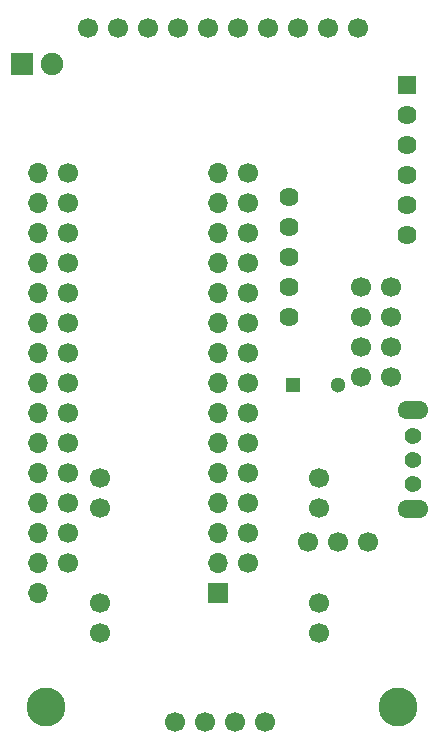
<source format=gbr>
%TF.GenerationSoftware,KiCad,Pcbnew,(5.1.6)-1*%
%TF.CreationDate,2020-10-17T00:26:31-04:00*%
%TF.ProjectId,whs6,77687336-2e6b-4696-9361-645f70636258,rev?*%
%TF.SameCoordinates,Original*%
%TF.FileFunction,Soldermask,Bot*%
%TF.FilePolarity,Negative*%
%FSLAX46Y46*%
G04 Gerber Fmt 4.6, Leading zero omitted, Abs format (unit mm)*
G04 Created by KiCad (PCBNEW (5.1.6)-1) date 2020-10-17 00:26:31*
%MOMM*%
%LPD*%
G01*
G04 APERTURE LIST*
%ADD10C,1.700000*%
%ADD11C,3.300000*%
%ADD12R,1.700000X1.700000*%
%ADD13O,1.700000X1.700000*%
%ADD14R,1.900000X1.900000*%
%ADD15C,1.900000*%
%ADD16R,1.624000X1.624000*%
%ADD17C,1.624000*%
%ADD18R,1.200000X1.200000*%
%ADD19C,1.300000*%
%ADD20O,2.624000X1.524000*%
%ADD21C,1.424000*%
G04 APERTURE END LIST*
D10*
%TO.C,rain_gauge1*%
X151765000Y-81915000D03*
X149225000Y-81915000D03*
X146685000Y-81915000D03*
%TD*%
D11*
%TO.C,REF\u002A\u002A*%
X124460000Y-95885000D03*
%TD*%
%TO.C,REF\u002A\u002A*%
X154305000Y-95885000D03*
%TD*%
D10*
%TO.C,U1*%
X141554200Y-83667600D03*
X126314200Y-65887600D03*
X141554200Y-68427600D03*
X141554200Y-58267600D03*
X141554200Y-55727600D03*
X141554200Y-50647600D03*
X126314200Y-81127600D03*
X126314200Y-70967600D03*
X126314200Y-58267600D03*
X141554200Y-53187600D03*
X126314200Y-83667600D03*
X126314200Y-76047600D03*
X126314200Y-68427600D03*
X126314200Y-63347600D03*
X126314200Y-60807600D03*
X126314200Y-50647600D03*
X141554200Y-81127600D03*
X126314200Y-53187600D03*
X126314200Y-73507600D03*
X141554200Y-78587600D03*
X141554200Y-76047600D03*
X141554200Y-73507600D03*
X141554200Y-63347600D03*
X141554200Y-70967600D03*
X141554200Y-65887600D03*
X141554200Y-60807600D03*
X126314200Y-78587600D03*
X126314200Y-55727600D03*
%TD*%
D12*
%TO.C,Arduino_Nano1*%
X139039600Y-86207600D03*
D13*
X123799600Y-53187600D03*
X139039600Y-83667600D03*
X123799600Y-55727600D03*
X139039600Y-81127600D03*
X123799600Y-58267600D03*
X139039600Y-78587600D03*
X123799600Y-60807600D03*
X139039600Y-76047600D03*
X123799600Y-63347600D03*
X139039600Y-73507600D03*
X123799600Y-65887600D03*
X139039600Y-70967600D03*
X123799600Y-68427600D03*
X139039600Y-68427600D03*
X123799600Y-70967600D03*
X139039600Y-65887600D03*
X123799600Y-73507600D03*
X139039600Y-63347600D03*
X123799600Y-76047600D03*
X139039600Y-60807600D03*
X123799600Y-78587600D03*
X139039600Y-58267600D03*
X123799600Y-81127600D03*
X139039600Y-55727600D03*
X123799600Y-83667600D03*
X139039600Y-53187600D03*
X123799600Y-86207600D03*
X139039600Y-50647600D03*
X123799600Y-50647600D03*
%TD*%
D14*
%TO.C,D1*%
X122428000Y-41402000D03*
D15*
X124968000Y-41402000D03*
%TD*%
D16*
%TO.C,Micro_SD1*%
X155092400Y-43180000D03*
D17*
X155092400Y-45720000D03*
X155092400Y-48260000D03*
X155092400Y-50800000D03*
X155092400Y-53340000D03*
X155092400Y-55880000D03*
%TD*%
D10*
%TO.C,nRF24L01+1*%
X151130000Y-65405000D03*
X153670000Y-65405000D03*
X153670000Y-60325000D03*
X153670000Y-62865000D03*
X151130000Y-62865000D03*
X151130000Y-60325000D03*
X151130000Y-67945000D03*
X153670000Y-67945000D03*
%TD*%
D18*
%TO.C,Power_IN1*%
X145415000Y-68580000D03*
D19*
X149225000Y-68580000D03*
%TD*%
D17*
%TO.C,RTC1*%
X145084800Y-52705000D03*
X145084800Y-55245000D03*
X145084800Y-57785000D03*
X145084800Y-60325000D03*
X145084800Y-62865000D03*
%TD*%
D20*
%TO.C,switch1*%
X155575000Y-70739000D03*
X155575000Y-79121000D03*
D21*
X155575000Y-72898000D03*
X155575000Y-74930000D03*
X155575000Y-76962000D03*
%TD*%
D10*
%TO.C,top_rail1*%
X130556000Y-38354000D03*
X133096000Y-38354000D03*
X135636000Y-38354000D03*
X138176000Y-38354000D03*
X140716000Y-38354000D03*
X143256000Y-38354000D03*
X145796000Y-38354000D03*
X148336000Y-38354000D03*
X150876000Y-38354000D03*
X128016000Y-38354000D03*
%TD*%
%TO.C,Ultrasonic_sensor1*%
X135382000Y-97155000D03*
X137922000Y-97155000D03*
X140462000Y-97155000D03*
X143002000Y-97155000D03*
%TD*%
%TO.C,U5*%
X147590000Y-76490000D03*
X147590000Y-78990000D03*
X147590000Y-87090000D03*
X129090000Y-78990000D03*
X129090000Y-89590000D03*
X129090000Y-87090000D03*
X129090000Y-76490000D03*
X147590000Y-89590000D03*
%TD*%
M02*

</source>
